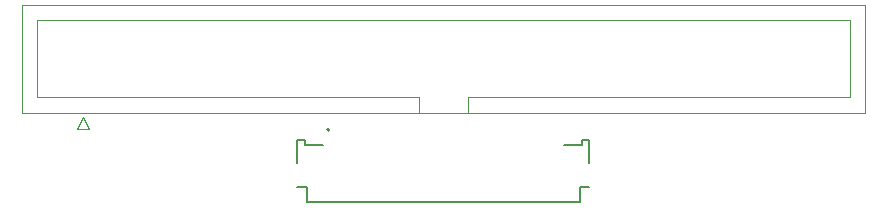
<source format=gbr>
%TF.GenerationSoftware,KiCad,Pcbnew,7.0.7*%
%TF.CreationDate,2023-09-18T17:27:43-04:00*%
%TF.ProjectId,N64 Cart FFC WRONG WAY,4e363420-4361-4727-9420-464643205752,rev?*%
%TF.SameCoordinates,Original*%
%TF.FileFunction,Legend,Top*%
%TF.FilePolarity,Positive*%
%FSLAX46Y46*%
G04 Gerber Fmt 4.6, Leading zero omitted, Abs format (unit mm)*
G04 Created by KiCad (PCBNEW 7.0.7) date 2023-09-18 17:27:43*
%MOMM*%
%LPD*%
G01*
G04 APERTURE LIST*
%ADD10C,0.127000*%
%ADD11C,0.200000*%
%ADD12C,0.120000*%
G04 APERTURE END LIST*
D10*
%TO.C,J2*%
X147650000Y-98375000D02*
X147650000Y-100305000D01*
X147650000Y-102325000D02*
X148450000Y-102325000D01*
X148300000Y-98375000D02*
X147650000Y-98375000D01*
X148300000Y-98775000D02*
X148300000Y-98375000D01*
X148300000Y-98775000D02*
X149780000Y-98775000D01*
X148450000Y-102325000D02*
X148450000Y-103625000D01*
X148450000Y-103625000D02*
X171550000Y-103625000D01*
X170220000Y-98775000D02*
X171700000Y-98775000D01*
X171550000Y-102325000D02*
X172350000Y-102325000D01*
X171550000Y-103625000D02*
X171550000Y-102325000D01*
X171700000Y-98375000D02*
X171700000Y-98775000D01*
X172350000Y-98375000D02*
X171700000Y-98375000D01*
X172350000Y-100305000D02*
X172350000Y-98375000D01*
D11*
X150350000Y-97500000D02*
G75*
G03*
X150350000Y-97500000I-100000J0D01*
G01*
D12*
%TO.C,J1*%
X129020000Y-97432500D02*
X130020000Y-97432500D01*
X130020000Y-97432500D02*
X129520000Y-96432500D01*
X129520000Y-96432500D02*
X129020000Y-97432500D01*
X124310000Y-96042500D02*
X124310000Y-86922500D01*
X157950000Y-96042500D02*
X157950000Y-94732500D01*
X195690000Y-96042500D02*
X124310000Y-96042500D01*
X125610000Y-94732500D02*
X125610000Y-88232500D01*
X157950000Y-94732500D02*
X125610000Y-94732500D01*
X162050000Y-94732500D02*
X162050000Y-96042500D01*
X162050000Y-94732500D02*
X162050000Y-94732500D01*
X194390000Y-94732500D02*
X162050000Y-94732500D01*
X125610000Y-88232500D02*
X194390000Y-88232500D01*
X194390000Y-88232500D02*
X194390000Y-94732500D01*
X124310000Y-86922500D02*
X195690000Y-86922500D01*
X195690000Y-86922500D02*
X195690000Y-96042500D01*
%TD*%
M02*

</source>
